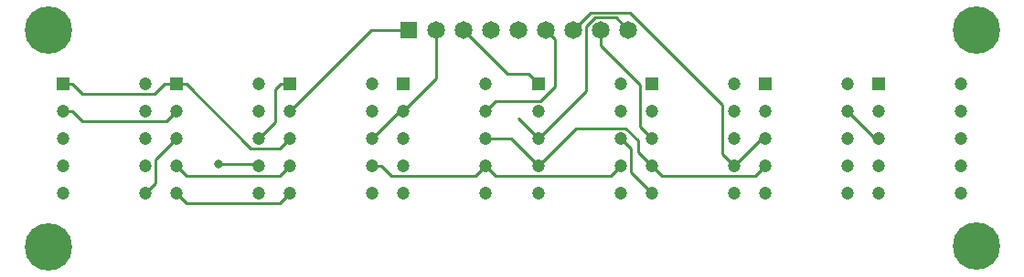
<source format=gbr>
G04 #@! TF.GenerationSoftware,KiCad,Pcbnew,(5.1.10)-1*
G04 #@! TF.CreationDate,2021-10-20T16:59:38-04:00*
G04 #@! TF.ProjectId,7seg,37736567-2e6b-4696-9361-645f70636258,rev?*
G04 #@! TF.SameCoordinates,Original*
G04 #@! TF.FileFunction,Copper,L2,Bot*
G04 #@! TF.FilePolarity,Positive*
%FSLAX46Y46*%
G04 Gerber Fmt 4.6, Leading zero omitted, Abs format (unit mm)*
G04 Created by KiCad (PCBNEW (5.1.10)-1) date 2021-10-20 16:59:38*
%MOMM*%
%LPD*%
G01*
G04 APERTURE LIST*
G04 #@! TA.AperFunction,ComponentPad*
%ADD10C,4.400000*%
G04 #@! TD*
G04 #@! TA.AperFunction,ComponentPad*
%ADD11C,1.650000*%
G04 #@! TD*
G04 #@! TA.AperFunction,ComponentPad*
%ADD12R,1.650000X1.650000*%
G04 #@! TD*
G04 #@! TA.AperFunction,ComponentPad*
%ADD13C,1.200000*%
G04 #@! TD*
G04 #@! TA.AperFunction,ComponentPad*
%ADD14R,1.200000X1.200000*%
G04 #@! TD*
G04 #@! TA.AperFunction,ViaPad*
%ADD15C,0.800000*%
G04 #@! TD*
G04 #@! TA.AperFunction,Conductor*
%ADD16C,0.254000*%
G04 #@! TD*
G04 #@! TA.AperFunction,Conductor*
%ADD17C,0.250000*%
G04 #@! TD*
G04 APERTURE END LIST*
D10*
X159537400Y-70053200D03*
X159537400Y-90119200D03*
X73583800Y-90144600D03*
X73583800Y-70027800D03*
D11*
X127320000Y-70000000D03*
X124780000Y-70000000D03*
X122240000Y-70000000D03*
X119700000Y-70000000D03*
X117160000Y-70000000D03*
X114620000Y-70000000D03*
X112080000Y-70000000D03*
X109540000Y-70000000D03*
D12*
X107000000Y-70000000D03*
D13*
X82620000Y-75000000D03*
X82620000Y-77540000D03*
X82620000Y-80080000D03*
X82620000Y-82620000D03*
X82620000Y-85160000D03*
X75000000Y-85160000D03*
X75000000Y-82620000D03*
X75000000Y-80080000D03*
X75000000Y-77540000D03*
D14*
X75000000Y-75000000D03*
D13*
X158120000Y-75000000D03*
X158120000Y-77540000D03*
X158120000Y-80080000D03*
X158120000Y-82620000D03*
X158120000Y-85160000D03*
X150500000Y-85160000D03*
X150500000Y-82620000D03*
X150500000Y-80080000D03*
X150500000Y-77540000D03*
D14*
X150500000Y-75000000D03*
D13*
X147620000Y-75000000D03*
X147620000Y-77540000D03*
X147620000Y-80080000D03*
X147620000Y-82620000D03*
X147620000Y-85160000D03*
X140000000Y-85160000D03*
X140000000Y-82620000D03*
X140000000Y-80080000D03*
X140000000Y-77540000D03*
D14*
X140000000Y-75000000D03*
D13*
X137120000Y-75000000D03*
X137120000Y-77540000D03*
X137120000Y-80080000D03*
X137120000Y-82620000D03*
X137120000Y-85160000D03*
X129500000Y-85160000D03*
X129500000Y-82620000D03*
X129500000Y-80080000D03*
X129500000Y-77540000D03*
D14*
X129500000Y-75000000D03*
D13*
X126620000Y-75000000D03*
X126620000Y-77540000D03*
X126620000Y-80080000D03*
X126620000Y-82620000D03*
X126620000Y-85160000D03*
X119000000Y-85160000D03*
X119000000Y-82620000D03*
X119000000Y-80080000D03*
X119000000Y-77540000D03*
D14*
X119000000Y-75000000D03*
D13*
X114120000Y-75000000D03*
X114120000Y-77540000D03*
X114120000Y-80080000D03*
X114120000Y-82620000D03*
X114120000Y-85160000D03*
X106500000Y-85160000D03*
X106500000Y-82620000D03*
X106500000Y-80080000D03*
X106500000Y-77540000D03*
D14*
X106500000Y-75000000D03*
D13*
X103620000Y-75000000D03*
X103620000Y-77540000D03*
X103620000Y-80080000D03*
X103620000Y-82620000D03*
X103620000Y-85160000D03*
X96000000Y-85160000D03*
X96000000Y-82620000D03*
X96000000Y-80080000D03*
X96000000Y-77540000D03*
D14*
X96000000Y-75000000D03*
D13*
X93120000Y-75000000D03*
X93120000Y-77540000D03*
X93120000Y-80080000D03*
X93120000Y-82620000D03*
X93120000Y-85160000D03*
X85500000Y-85160000D03*
X85500000Y-82620000D03*
X85500000Y-80080000D03*
X85500000Y-77540000D03*
D14*
X85500000Y-75000000D03*
D15*
X89400000Y-82500000D03*
D16*
X95072999Y-83547001D02*
X95400001Y-83219999D01*
X95400001Y-83219999D02*
X96000000Y-82620000D01*
X86427001Y-83547001D02*
X95072999Y-83547001D01*
X85500000Y-82620000D02*
X86427001Y-83547001D01*
X128900001Y-84560001D02*
X129500000Y-85160000D01*
X127547001Y-83207001D02*
X128900001Y-84560001D01*
X127547001Y-81007001D02*
X127547001Y-83207001D01*
X126620000Y-80080000D02*
X127547001Y-81007001D01*
X117160000Y-78240000D02*
X119000000Y-80080000D01*
D17*
X123390001Y-75689999D02*
X119000000Y-80080000D01*
X123390001Y-69687997D02*
X123390001Y-75689999D01*
X124227999Y-68849999D02*
X123390001Y-69687997D01*
X126169999Y-68849999D02*
X124227999Y-68849999D01*
X127320000Y-70000000D02*
X126169999Y-68849999D01*
D16*
X95400001Y-85759999D02*
X96000000Y-85160000D01*
X95072999Y-86087001D02*
X95400001Y-85759999D01*
X86427001Y-86087001D02*
X95072999Y-86087001D01*
X85500000Y-85160000D02*
X86427001Y-86087001D01*
D17*
X124780000Y-70000000D02*
X124780000Y-71440000D01*
X128397000Y-78977000D02*
X129500000Y-80080000D01*
X128397000Y-75057000D02*
X128397000Y-78977000D01*
X124780000Y-71440000D02*
X128397000Y-75057000D01*
D16*
X93000000Y-82500000D02*
X93120000Y-82620000D01*
X89400000Y-82500000D02*
X93000000Y-82500000D01*
X113520001Y-83219999D02*
X114120000Y-82620000D01*
X113192999Y-83547001D02*
X113520001Y-83219999D01*
X105395529Y-83547001D02*
X113192999Y-83547001D01*
X104468528Y-82620000D02*
X105395529Y-83547001D01*
X103620000Y-82620000D02*
X104468528Y-82620000D01*
X126020001Y-83219999D02*
X126620000Y-82620000D01*
X125692999Y-83547001D02*
X126020001Y-83219999D01*
X115047001Y-83547001D02*
X125692999Y-83547001D01*
X114120000Y-82620000D02*
X115047001Y-83547001D01*
X139660000Y-80080000D02*
X140000000Y-80080000D01*
X137120000Y-82620000D02*
X139660000Y-80080000D01*
D17*
X136017000Y-81517000D02*
X137120000Y-82620000D01*
X136017000Y-76994998D02*
X136017000Y-81517000D01*
X127421992Y-68399990D02*
X136017000Y-76994998D01*
X123840010Y-68399990D02*
X127421992Y-68399990D01*
X122240000Y-70000000D02*
X123840010Y-68399990D01*
D16*
X150160000Y-80080000D02*
X150500000Y-80080000D01*
X147620000Y-77540000D02*
X150160000Y-80080000D01*
D17*
X115045001Y-76614999D02*
X114120000Y-77540000D01*
X119170003Y-76614999D02*
X115045001Y-76614999D01*
X120524999Y-75260003D02*
X119170003Y-76614999D01*
X120524999Y-70824999D02*
X120524999Y-75260003D01*
X119700000Y-70000000D02*
X120524999Y-70824999D01*
D16*
X84900001Y-80679999D02*
X85500000Y-80080000D01*
X83547001Y-82032999D02*
X84900001Y-80679999D01*
X83547001Y-84232999D02*
X83547001Y-82032999D01*
X82620000Y-85160000D02*
X83547001Y-84232999D01*
X93120000Y-80080000D02*
X94600000Y-78600000D01*
X94600000Y-75546000D02*
X95146000Y-75000000D01*
X95146000Y-75000000D02*
X96000000Y-75000000D01*
X94600000Y-78600000D02*
X94600000Y-75546000D01*
D17*
X116154999Y-74074999D02*
X112080000Y-70000000D01*
X118074999Y-74074999D02*
X116154999Y-74074999D01*
X119000000Y-75000000D02*
X118074999Y-74074999D01*
D16*
X76781001Y-75927001D02*
X83472999Y-75927001D01*
X75000000Y-75000000D02*
X75854000Y-75000000D01*
X75854000Y-75000000D02*
X76781001Y-75927001D01*
X84400000Y-75000000D02*
X85500000Y-75000000D01*
X83472999Y-75927001D02*
X84400000Y-75000000D01*
X95400001Y-80679999D02*
X96000000Y-80080000D01*
X86354000Y-75000000D02*
X92361001Y-81007001D01*
X95072999Y-81007001D02*
X95400001Y-80679999D01*
X92361001Y-81007001D02*
X95072999Y-81007001D01*
X85500000Y-75000000D02*
X86354000Y-75000000D01*
X106160000Y-77540000D02*
X106500000Y-77540000D01*
X103620000Y-80080000D02*
X106160000Y-77540000D01*
D17*
X109540000Y-74500000D02*
X109540000Y-70000000D01*
X106500000Y-77540000D02*
X109540000Y-74500000D01*
D16*
X84900001Y-78139999D02*
X85500000Y-77540000D01*
X84572999Y-78467001D02*
X84900001Y-78139999D01*
X76775529Y-78467001D02*
X84572999Y-78467001D01*
X75848528Y-77540000D02*
X76775529Y-78467001D01*
X75000000Y-77540000D02*
X75848528Y-77540000D01*
X116460000Y-80080000D02*
X119000000Y-82620000D01*
X114120000Y-80080000D02*
X116460000Y-80080000D01*
X119000000Y-82620000D02*
X122467001Y-79152999D01*
X127064961Y-79152999D02*
X128200000Y-80288038D01*
X122467001Y-79152999D02*
X127064961Y-79152999D01*
X128200000Y-81320000D02*
X129500000Y-82620000D01*
X128200000Y-80288038D02*
X128200000Y-81320000D01*
X139400001Y-83219999D02*
X140000000Y-82620000D01*
X139072999Y-83547001D02*
X139400001Y-83219999D01*
X130427001Y-83547001D02*
X139072999Y-83547001D01*
X129500000Y-82620000D02*
X130427001Y-83547001D01*
D17*
X103540000Y-70000000D02*
X96000000Y-77540000D01*
X107000000Y-70000000D02*
X103540000Y-70000000D01*
M02*

</source>
